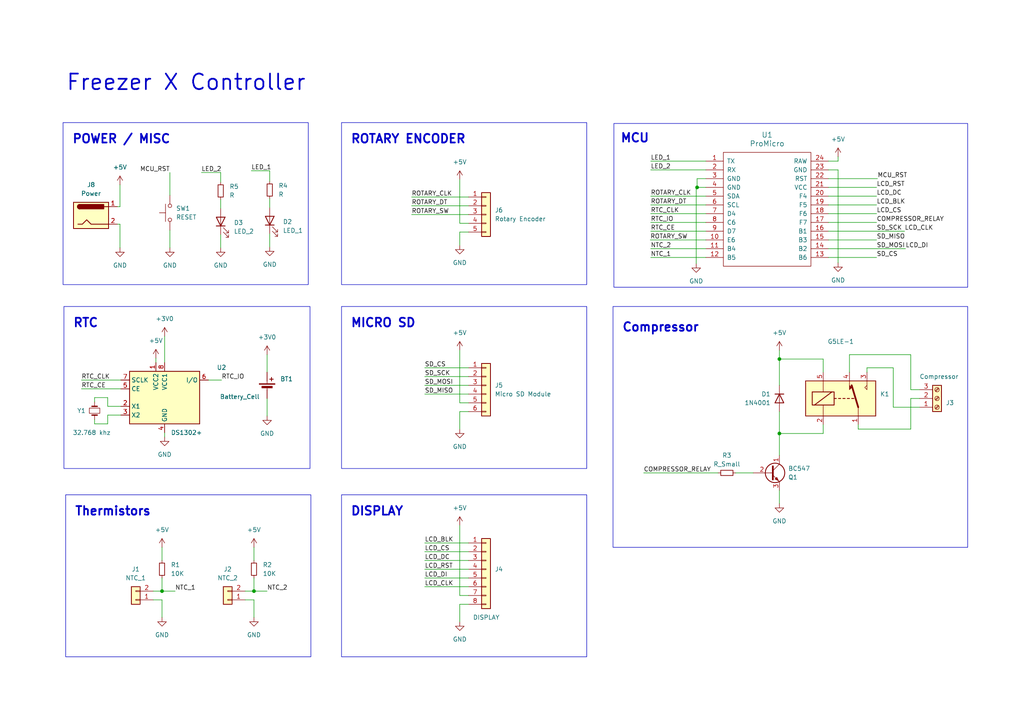
<source format=kicad_sch>
(kicad_sch (version 20231120) (generator "eeschema") (generator_version "8.0")
  (paper "A4")
  (title_block (title "Freezer X Controller") (company "Yaseen M. Twati"))
  (lib_symbols
    (symbol "Connector:Jack-DC" (pin_names (offset 1.016))
      (property "Reference" "J" (at 0 5.334 0))
      (property "Value" "Jack-DC" (at 0 -5.08 0))
      (symbol "Jack-DC_0_1"
        (rectangle (start -5.08 3.81) (end 5.08 -3.81) (stroke (width 0.254)) (fill (type background)))
        (arc (start -3.302 3.175) (mid -3.9343 2.54) (end -3.302 1.905) (stroke (width 0.254)))
        (arc (start -3.302 3.175) (mid -3.9343 2.54) (end -3.302 1.905) (stroke (width 0.254)) (fill (type outline)))
        (polyline (pts (xy 5.08 2.54) (xy 3.81 2.54)) (stroke (width 0.254)))
        (polyline (pts (xy -3.81 -2.54) (xy -2.54 -2.54) (xy -1.27 -1.27) (xy 0 -2.54) (xy 2.54 -2.54) (xy 5.08 -2.54)) (stroke (width 0.254)))
        (rectangle (start 3.683 3.175) (end -3.302 1.905) (stroke (width 0.254)) (fill (type outline)))
      )
      (symbol "Jack-DC_1_1"
        (pin passive line (at 7.62 2.54 180) (length 2.54) (name "~") (number "1"))
        (pin passive line (at 7.62 -2.54 180) (length 2.54) (name "~") (number "2"))
      )
    )
    (symbol "Connector:Screw_Terminal_01x03" (pin_names (offset 1.016) hide)
      (property "Reference" "J" (at 0 5.08 0))
      (property "Value" "Screw_Terminal_01x03" (at 0 -5.08 0))
      (symbol "Screw_Terminal_01x03_1_1"
        (rectangle (start -1.27 3.81) (end 1.27 -3.81) (stroke (width 0.254)) (fill (type background)))
        (circle (center 0 -2.54) (radius 0.635) (stroke (width 0.1524)))
        (polyline (pts (xy -0.5334 -2.2098) (xy 0.3302 -3.048)) (stroke (width 0.1524)))
        (polyline (pts (xy -0.5334 0.3302) (xy 0.3302 -0.508)) (stroke (width 0.1524)))
        (polyline (pts (xy -0.5334 2.8702) (xy 0.3302 2.032)) (stroke (width 0.1524)))
        (polyline (pts (xy -0.3556 -2.032) (xy 0.508 -2.8702)) (stroke (width 0.1524)))
        (polyline (pts (xy -0.3556 0.508) (xy 0.508 -0.3302)) (stroke (width 0.1524)))
        (polyline (pts (xy -0.3556 3.048) (xy 0.508 2.2098)) (stroke (width 0.1524)))
        (circle (center 0 0) (radius 0.635) (stroke (width 0.1524)))
        (circle (center 0 2.54) (radius 0.635) (stroke (width 0.1524)))
        (pin passive line (at -5.08 2.54 0) (length 3.81) (name "Pin_1") (number "1"))
        (pin passive line (at -5.08 0 0) (length 3.81) (name "Pin_2") (number "2"))
        (pin passive line (at -5.08 -2.54 0) (length 3.81) (name "Pin_3") (number "3"))
      )
    )
    (symbol "Connector_Generic:Conn_01x02" (pin_names (offset 1.016) hide)
      (property "Reference" "J" (at 0 2.54 0))
      (property "Value" "Conn_01x02" (at 0 -5.08 0))
      (symbol "Conn_01x02_1_1"
        (rectangle (start -1.27 -2.413) (end 0 -2.667) (stroke (width 0.1524)))
        (rectangle (start -1.27 0.127) (end 0 -0.127) (stroke (width 0.1524)))
        (rectangle (start -1.27 1.27) (end 1.27 -3.81) (stroke (width 0.254)) (fill (type background)))
        (pin passive line (at -5.08 0 0) (length 3.81) (name "Pin_1") (number "1"))
        (pin passive line (at -5.08 -2.54 0) (length 3.81) (name "Pin_2") (number "2"))
      )
    )
    (symbol "Connector_Generic:Conn_01x05" (pin_names (offset 1.016) hide)
      (property "Reference" "J" (at 0 7.62 0))
      (property "Value" "Conn_01x05" (at 0 -7.62 0))
      (symbol "Conn_01x05_1_1"
        (rectangle (start -1.27 -4.953) (end 0 -5.207) (stroke (width 0.1524)))
        (rectangle (start -1.27 -2.413) (end 0 -2.667) (stroke (width 0.1524)))
        (rectangle (start -1.27 0.127) (end 0 -0.127) (stroke (width 0.1524)))
        (rectangle (start -1.27 2.667) (end 0 2.413) (stroke (width 0.1524)))
        (rectangle (start -1.27 5.207) (end 0 4.953) (stroke (width 0.1524)))
        (rectangle (start -1.27 6.35) (end 1.27 -6.35) (stroke (width 0.254)) (fill (type background)))
        (pin passive line (at -5.08 5.08 0) (length 3.81) (name "Pin_1") (number "1"))
        (pin passive line (at -5.08 2.54 0) (length 3.81) (name "Pin_2") (number "2"))
        (pin passive line (at -5.08 0 0) (length 3.81) (name "Pin_3") (number "3"))
        (pin passive line (at -5.08 -2.54 0) (length 3.81) (name "Pin_4") (number "4"))
        (pin passive line (at -5.08 -5.08 0) (length 3.81) (name "Pin_5") (number "5"))
      )
    )
    (symbol "Connector_Generic:Conn_01x06" (pin_names (offset 1.016) hide)
      (property "Reference" "J" (at 0 7.62 0))
      (property "Value" "Conn_01x06" (at 0 -10.16 0))
      (symbol "Conn_01x06_1_1"
        (rectangle (start -1.27 -7.493) (end 0 -7.747) (stroke (width 0.1524)))
        (rectangle (start -1.27 -4.953) (end 0 -5.207) (stroke (width 0.1524)))
        (rectangle (start -1.27 -2.413) (end 0 -2.667) (stroke (width 0.1524)))
        (rectangle (start -1.27 0.127) (end 0 -0.127) (stroke (width 0.1524)))
        (rectangle (start -1.27 2.667) (end 0 2.413) (stroke (width 0.1524)))
        (rectangle (start -1.27 5.207) (end 0 4.953) (stroke (width 0.1524)))
        (rectangle (start -1.27 6.35) (end 1.27 -8.89) (stroke (width 0.254)) (fill (type background)))
        (pin passive line (at -5.08 5.08 0) (length 3.81) (name "Pin_1") (number "1"))
        (pin passive line (at -5.08 2.54 0) (length 3.81) (name "Pin_2") (number "2"))
        (pin passive line (at -5.08 0 0) (length 3.81) (name "Pin_3") (number "3"))
        (pin passive line (at -5.08 -2.54 0) (length 3.81) (name "Pin_4") (number "4"))
        (pin passive line (at -5.08 -5.08 0) (length 3.81) (name "Pin_5") (number "5"))
        (pin passive line (at -5.08 -7.62 0) (length 3.81) (name "Pin_6") (number "6"))
      )
    )
    (symbol "Connector_Generic:Conn_01x08" (pin_names (offset 1.016) hide)
      (property "Reference" "J" (at 0 10.16 0))
      (property "Value" "Conn_01x08" (at 0 -12.7 0))
      (symbol "Conn_01x08_1_1"
        (rectangle (start -1.27 -10.033) (end 0 -10.287) (stroke (width 0.1524)))
        (rectangle (start -1.27 -7.493) (end 0 -7.747) (stroke (width 0.1524)))
        (rectangle (start -1.27 -4.953) (end 0 -5.207) (stroke (width 0.1524)))
        (rectangle (start -1.27 -2.413) (end 0 -2.667) (stroke (width 0.1524)))
        (rectangle (start -1.27 0.127) (end 0 -0.127) (stroke (width 0.1524)))
        (rectangle (start -1.27 2.667) (end 0 2.413) (stroke (width 0.1524)))
        (rectangle (start -1.27 5.207) (end 0 4.953) (stroke (width 0.1524)))
        (rectangle (start -1.27 7.747) (end 0 7.493) (stroke (width 0.1524)))
        (rectangle (start -1.27 8.89) (end 1.27 -11.43) (stroke (width 0.254)) (fill (type background)))
        (pin passive line (at -5.08 7.62 0) (length 3.81) (name "Pin_1") (number "1"))
        (pin passive line (at -5.08 5.08 0) (length 3.81) (name "Pin_2") (number "2"))
        (pin passive line (at -5.08 2.54 0) (length 3.81) (name "Pin_3") (number "3"))
        (pin passive line (at -5.08 0 0) (length 3.81) (name "Pin_4") (number "4"))
        (pin passive line (at -5.08 -2.54 0) (length 3.81) (name "Pin_5") (number "5"))
        (pin passive line (at -5.08 -5.08 0) (length 3.81) (name "Pin_6") (number "6"))
        (pin passive line (at -5.08 -7.62 0) (length 3.81) (name "Pin_7") (number "7"))
        (pin passive line (at -5.08 -10.16 0) (length 3.81) (name "Pin_8") (number "8"))
      )
    )
    (symbol "Device:Battery_Cell" (pin_numbers hide) (pin_names (offset 0) hide)
      (property "Reference" "BT" (at 2.54 2.54 0))
      (property "Value" "Battery_Cell" (at 2.54 0 0))
      (symbol "Battery_Cell_0_1"
        (rectangle (start -2.286 1.778) (end 2.286 1.524) (fill (type outline)))
        (rectangle (start -1.524 1.016) (end 1.524 0.508) (fill (type outline)))
        (polyline (pts (xy 0 0.762) (xy 0 0)))
        (polyline (pts (xy 0 1.778) (xy 0 2.54)))
        (polyline (pts (xy 0.762 3.048) (xy 1.778 3.048)) (stroke (width 0.254)))
        (polyline (pts (xy 1.27 3.556) (xy 1.27 2.54)) (stroke (width 0.254)))
      )
      (symbol "Battery_Cell_1_1"
        (pin passive line (at 0 5.08 270) (length 2.54) (name "+") (number "1"))
        (pin passive line (at 0 -2.54 90) (length 2.54) (name "-") (number "2"))
      )
    )
    (symbol "Device:Crystal_Small" (pin_numbers hide) (pin_names (offset 1.016) hide)
      (property "Reference" "Y" (at 0 2.54 0))
      (property "Value" "Crystal_Small" (at 0 -2.54 0))
      (symbol "Crystal_Small_0_1"
        (rectangle (start -0.762 -1.524) (end 0.762 1.524))
        (polyline (pts (xy -1.27 -0.762) (xy -1.27 0.762)) (stroke (width 0.381)))
        (polyline (pts (xy 1.27 -0.762) (xy 1.27 0.762)) (stroke (width 0.381)))
      )
      (symbol "Crystal_Small_1_1"
        (pin passive line (at -2.54 0 0) (length 1.27) (name "1") (number "1"))
        (pin passive line (at 2.54 0 180) (length 1.27) (name "2") (number "2"))
      )
    )
    (symbol "Device:LED" (pin_numbers hide) (pin_names (offset 1.016) hide)
      (property "Reference" "D" (at 0 2.54 0))
      (property "Value" "LED" (at 0 -2.54 0))
      (symbol "LED_0_1"
        (polyline (pts (xy -1.27 -1.27) (xy -1.27 1.27)) (stroke (width 0.254)))
        (polyline (pts (xy -1.27 0) (xy 1.27 0)))
        (polyline (pts (xy 1.27 -1.27) (xy 1.27 1.27) (xy -1.27 0) (xy 1.27 -1.27)) (stroke (width 0.254)))
        (polyline (pts (xy -3.048 -0.762) (xy -4.572 -2.286) (xy -3.81 -2.286) (xy -4.572 -2.286) (xy -4.572 -1.524)))
        (polyline (pts (xy -1.778 -0.762) (xy -3.302 -2.286) (xy -2.54 -2.286) (xy -3.302 -2.286) (xy -3.302 -1.524)))
      )
      (symbol "LED_1_1"
        (pin passive line (at -3.81 0 0) (length 2.54) (name "K") (number "1"))
        (pin passive line (at 3.81 0 180) (length 2.54) (name "A") (number "2"))
      )
    )
    (symbol "Device:R_Small" (pin_numbers hide) (pin_names (offset 0.254) hide)
      (property "Reference" "R" (at 0.762 0.508 0))
      (property "Value" "R_Small" (at 0.762 -1.016 0))
      (symbol "R_Small_0_1"
        (rectangle (start -0.762 1.778) (end 0.762 -1.778) (stroke (width 0.2032)))
      )
      (symbol "R_Small_1_1"
        (pin passive line (at 0 2.54 270) (length 0.762) (name "~") (number "1"))
        (pin passive line (at 0 -2.54 90) (length 0.762) (name "~") (number "2"))
      )
    )
    (symbol "Diode:1N4001" (pin_numbers hide) (pin_names hide)
      (property "Reference" "D" (at 0 2.54 0))
      (property "Value" "1N4001" (at 0 -2.54 0))
      (symbol "1N4001_0_1"
        (polyline (pts (xy -1.27 1.27) (xy -1.27 -1.27)) (stroke (width 0.254)))
        (polyline (pts (xy 1.27 0) (xy -1.27 0)))
        (polyline (pts (xy 1.27 1.27) (xy 1.27 -1.27) (xy -1.27 0) (xy 1.27 1.27)) (stroke (width 0.254)))
      )
      (symbol "1N4001_1_1"
        (pin passive line (at -3.81 0 0) (length 2.54) (name "K") (number "1"))
        (pin passive line (at 3.81 0 180) (length 2.54) (name "A") (number "2"))
      )
    )
    (symbol "Relay:G5LE-1"
      (property "Reference" "K" (at 11.43 3.81 0))
      (property "Value" "G5LE-1" (at 11.43 1.27 0))
      (symbol "G5LE-1_0_0"
        (polyline (pts (xy 7.62 5.08) (xy 7.62 2.54) (xy 6.985 3.175) (xy 7.62 3.81)))
      )
      (symbol "G5LE-1_0_1"
        (rectangle (start -10.16 5.08) (end 10.16 -5.08) (stroke (width 0.254)) (fill (type background)))
        (rectangle (start -8.255 1.905) (end -1.905 -1.905) (stroke (width 0.254)))
        (polyline (pts (xy -7.62 -1.905) (xy -2.54 1.905)) (stroke (width 0.254)))
        (polyline (pts (xy -5.08 -5.08) (xy -5.08 -1.905)))
        (polyline (pts (xy -5.08 5.08) (xy -5.08 1.905)))
        (polyline (pts (xy -1.905 0) (xy -1.27 0)) (stroke (width 0.254)))
        (polyline (pts (xy -0.635 0) (xy 0 0)) (stroke (width 0.254)))
        (polyline (pts (xy 0.635 0) (xy 1.27 0)) (stroke (width 0.254)))
        (polyline (pts (xy 1.905 0) (xy 2.54 0)) (stroke (width 0.254)))
        (polyline (pts (xy 3.175 0) (xy 3.81 0)) (stroke (width 0.254)))
        (polyline (pts (xy 5.08 -2.54) (xy 3.175 3.81)) (stroke (width 0.508)))
        (polyline (pts (xy 5.08 -2.54) (xy 5.08 -5.08)))
        (polyline (pts (xy 2.54 5.08) (xy 2.54 2.54) (xy 3.175 3.175) (xy 2.54 3.81)) (fill (type outline)))
      )
      (symbol "G5LE-1_1_1"
        (pin passive line (at 5.08 -7.62 90) (length 2.54) (name "~") (number "1"))
        (pin passive line (at -5.08 -7.62 90) (length 2.54) (name "~") (number "2"))
        (pin passive line (at 7.62 7.62 270) (length 2.54) (name "~") (number "3"))
        (pin passive line (at 2.54 7.62 270) (length 2.54) (name "~") (number "4"))
        (pin passive line (at -5.08 7.62 270) (length 2.54) (name "~") (number "5"))
      )
    )
    (symbol "Switch:SW_Push" (pin_numbers hide) (pin_names (offset 1.016) hide)
      (property "Reference" "SW" (at 1.27 2.54 0))
      (property "Value" "SW_Push" (at 0 -1.524 0))
      (symbol "SW_Push_0_1"
        (circle (center -2.032 0) (radius 0.508))
        (polyline (pts (xy 0 1.27) (xy 0 3.048)))
        (polyline (pts (xy 2.54 1.27) (xy -2.54 1.27)))
        (circle (center 2.032 0) (radius 0.508))
        (pin passive line (at -5.08 0 0) (length 2.54) (name "1") (number "1"))
        (pin passive line (at 5.08 0 180) (length 2.54) (name "2") (number "2"))
      )
    )
    (symbol "Timer_RTC:DS1302+"
      (property "Reference" "U" (at -8.89 8.89 0))
      (property "Value" "DS1302+" (at 6.35 8.89 0))
      (symbol "DS1302+_1_1"
        (rectangle (start -10.16 7.62) (end 10.16 -7.62) (stroke (width 0.254)) (fill (type background)))
        (pin power_in line (at -2.54 10.16 270) (length 2.54) (name "VCC2") (number "1"))
        (pin input line (at -12.7 -2.54 0) (length 2.54) (name "X1") (number "2"))
        (pin input line (at -12.7 -5.08 0) (length 2.54) (name "X2") (number "3"))
        (pin power_in line (at 0 -10.16 90) (length 2.54) (name "GND") (number "4"))
        (pin input line (at -12.7 2.54 0) (length 2.54) (name "CE") (number "5"))
        (pin bidirectional line (at 12.7 5.08 180) (length 2.54) (name "I/O") (number "6"))
        (pin input line (at -12.7 5.08 0) (length 2.54) (name "SCLK") (number "7"))
        (pin power_in line (at 0 10.16 270) (length 2.54) (name "VCC1") (number "8"))
      )
    )
    (symbol "Transistor_BJT:BC547" (pin_names (offset 0) hide)
      (property "Reference" "Q" (at 5.08 1.905 0))
      (property "Value" "BC547" (at 5.08 0 0))
      (symbol "BC547_0_1"
        (polyline (pts (xy 0 0) (xy 0.635 0)))
        (polyline (pts (xy 0.635 0.635) (xy 2.54 2.54)))
        (polyline (pts (xy 0.635 -0.635) (xy 2.54 -2.54) (xy 2.54 -2.54)))
        (polyline (pts (xy 0.635 1.905) (xy 0.635 -1.905) (xy 0.635 -1.905)) (stroke (width 0.508)))
        (polyline (pts (xy 1.27 -1.778) (xy 1.778 -1.27) (xy 2.286 -2.286) (xy 1.27 -1.778) (xy 1.27 -1.778)) (fill (type outline)))
        (circle (center 1.27 0) (radius 2.8194) (stroke (width 0.254)))
      )
      (symbol "BC547_1_1"
        (pin passive line (at 2.54 5.08 270) (length 2.54) (name "C") (number "1"))
        (pin input line (at -5.08 0 0) (length 5.08) (name "B") (number "2"))
        (pin passive line (at 2.54 -5.08 90) (length 2.54) (name "E") (number "3"))
      )
    )
    (symbol "power:+3V0" (power) (pin_names (offset 0))
      (property "Value" "+3V0" (at 0 3.556 0))
      (symbol "+3V0_0_1"
        (polyline (pts (xy -0.762 1.27) (xy 0 2.54)))
        (polyline (pts (xy 0 0) (xy 0 2.54)))
        (polyline (pts (xy 0 2.54) (xy 0.762 1.27)))
      )
      (symbol "+3V0_1_1"
        (pin power_in line (at 0 0 90) (length 0) hide (name "+3V0") (number "1"))
      )
    )
    (symbol "power:+5V" (power) (pin_names (offset 0))
      (property "Value" "+5V" (at 0 3.556 0))
      (symbol "+5V_0_1"
        (polyline (pts (xy -0.762 1.27) (xy 0 2.54)))
        (polyline (pts (xy 0 0) (xy 0 2.54)))
        (polyline (pts (xy 0 2.54) (xy 0.762 1.27)))
      )
      (symbol "+5V_1_1"
        (pin power_in line (at 0 0 90) (length 0) hide (name "+5V") (number "1"))
      )
    )
    (symbol "power:GND" (power) (pin_names (offset 0))
      (property "Value" "GND" (at 0 -3.81 0))
      (symbol "GND_0_1"
        (polyline (pts (xy 0 0) (xy 0 -1.27) (xy 1.27 -1.27) (xy 0 -2.54) (xy -1.27 -1.27) (xy 0 -1.27)))
      )
      (symbol "GND_1_1"
        (pin power_in line (at 0 0 270) (length 0) hide (name "GND") (number "1"))
      )
    )
    (symbol "promicro:ProMicro" (pin_names (offset 1.016))
      (property "Reference" "U" (at 0 24.13 0))
      (property "Value" "ProMicro" (at 0 -13.97 0))
      (symbol "ProMicro_0_1"
        (rectangle (start -12.7 21.59) (end 12.7 -11.43))
      )
      (symbol "ProMicro_1_1"
        (pin bidirectional line (at -17.78 19.05 0) (length 5.08) (name "TX") (number "1"))
        (pin bidirectional line (at -17.78 -3.81 0) (length 5.08) (name "E6") (number "10"))
        (pin bidirectional line (at -17.78 -6.35 0) (length 5.08) (name "B4") (number "11"))
        (pin bidirectional line (at -17.78 -8.89 0) (length 5.08) (name "B5") (number "12"))
        (pin bidirectional line (at 17.78 -8.89 180) (length 5.08) (name "B6") (number "13"))
        (pin bidirectional line (at 17.78 -6.35 180) (length 5.08) (name "B2") (number "14"))
        (pin bidirectional line (at 17.78 -3.81 180) (length 5.08) (name "B3") (number "15"))
        (pin bidirectional line (at 17.78 -1.27 180) (length 5.08) (name "B1") (number "16"))
        (pin bidirectional line (at 17.78 1.27 180) (length 5.08) (name "F7") (number "17"))
        (pin bidirectional line (at 17.78 3.81 180) (length 5.08) (name "F6") (number "18"))
        (pin bidirectional line (at 17.78 6.35 180) (length 5.08) (name "F5") (number "19"))
        (pin bidirectional line (at -17.78 16.51 0) (length 5.08) (name "RX") (number "2"))
        (pin bidirectional line (at 17.78 8.89 180) (length 5.08) (name "F4") (number "20"))
        (pin power_in line (at 17.78 11.43 180) (length 5.08) (name "VCC") (number "21"))
        (pin input line (at 17.78 13.97 180) (length 5.08) (name "RST") (number "22"))
        (pin power_in line (at 17.78 16.51 180) (length 5.08) (name "GND") (number "23"))
        (pin power_out line (at 17.78 19.05 180) (length 5.08) (name "RAW") (number "24"))
        (pin power_in line (at -17.78 13.97 0) (length 5.08) (name "GND") (number "3"))
        (pin power_in line (at -17.78 11.43 0) (length 5.08) (name "GND") (number "4"))
        (pin bidirectional line (at -17.78 8.89 0) (length 5.08) (name "SDA") (number "5"))
        (pin bidirectional line (at -17.78 6.35 0) (length 5.08) (name "SCL") (number "6"))
        (pin bidirectional line (at -17.78 3.81 0) (length 5.08) (name "D4") (number "7"))
        (pin bidirectional line (at -17.78 1.27 0) (length 5.08) (name "C6") (number "8"))
        (pin bidirectional line (at -17.78 -1.27 0) (length 5.08) (name "D7") (number "9"))
      )
    )
  )
  (junction (at 226.06 125.73))
  (junction (at 226.06 104.14))
  (junction (at 73.66 171.45))
  (junction (at 202.184 54.356))
  (junction (at 46.99 171.45))
  (wire (pts (xy 123.19 160.02) (xy 135.89 160.02)))
  (wire (pts (xy 238.76 125.73) (xy 226.06 125.73)))
  (wire (pts (xy 123.19 162.56) (xy 135.89 162.56)))
  (wire (pts (xy 246.38 107.95) (xy 246.38 102.87)))
  (wire (pts (xy 226.06 104.14) (xy 238.76 104.14)))
  (wire (pts (xy 243.078 76.2) (xy 243.078 49.276)))
  (wire (pts (xy 201.93 54.356) (xy 202.184 54.356)))
  (wire (pts (xy 64.008 50.038) (xy 64.008 52.832)))
  (wire (pts (xy 73.66 158.75) (xy 73.66 162.56)))
  (wire (pts (xy 119.38 59.69) (xy 135.89 59.69)))
  (wire (pts (xy 201.93 76.454) (xy 201.93 54.356)))
  (wire (pts (xy 240.284 51.816) (xy 254.508 51.816)))
  (wire (pts (xy 133.35 175.26) (xy 135.89 175.26)))
  (wire (pts (xy 31.242 117.856) (xy 31.242 115.316)))
  (wire (pts (xy 264.16 113.03) (xy 266.7 113.03)))
  (wire (pts (xy 73.66 173.99) (xy 73.66 179.07)))
  (wire (pts (xy 251.46 106.68) (xy 259.08 106.68)))
  (wire (pts (xy 64.008 68.072) (xy 64.008 71.882)))
  (wire (pts (xy 248.92 124.46) (xy 264.16 124.46)))
  (wire (pts (xy 46.99 171.45) (xy 50.8 171.45)))
  (wire (pts (xy 23.622 112.776) (xy 35.052 112.776)))
  (wire (pts (xy 123.19 106.68) (xy 135.89 106.68)))
  (wire (pts (xy 240.284 72.136) (xy 262.636 72.136)))
  (wire (pts (xy 133.35 52.07) (xy 133.35 64.77)))
  (wire (pts (xy 213.36 137.16) (xy 218.44 137.16)))
  (wire (pts (xy 78.232 49.53) (xy 78.232 52.578)))
  (wire (pts (xy 240.284 56.896) (xy 254.254 56.896)))
  (wire (pts (xy 78.232 57.658) (xy 78.232 60.198)))
  (wire (pts (xy 34.798 59.944) (xy 34.798 53.594)))
  (wire (pts (xy 23.622 110.236) (xy 35.052 110.236)))
  (wire (pts (xy 123.19 170.18) (xy 135.89 170.18)))
  (wire (pts (xy 46.99 158.75) (xy 46.99 162.56)))
  (wire (pts (xy 264.16 124.46) (xy 264.16 115.57)))
  (wire (pts (xy 119.38 57.15) (xy 135.89 57.15)))
  (wire (pts (xy 35.052 120.396) (xy 31.242 120.396)))
  (wire (pts (xy 240.284 64.516) (xy 254.254 64.516)))
  (wire (pts (xy 31.242 115.316) (xy 27.432 115.316)))
  (wire (pts (xy 133.35 116.84) (xy 135.89 116.84)))
  (wire (pts (xy 248.92 123.19) (xy 248.92 124.46)))
  (wire (pts (xy 27.432 115.316) (xy 27.432 116.586)))
  (wire (pts (xy 243.078 49.276) (xy 240.284 49.276)))
  (wire (pts (xy 71.12 173.99) (xy 73.66 173.99)))
  (wire (pts (xy 240.284 61.976) (xy 254.254 61.976)))
  (wire (pts (xy 72.898 49.53) (xy 78.232 49.53)))
  (wire (pts (xy 133.35 67.31) (xy 135.89 67.31)))
  (wire (pts (xy 58.42 50.038) (xy 64.008 50.038)))
  (wire (pts (xy 49.276 66.802) (xy 49.276 71.882)))
  (wire (pts (xy 243.078 45.466) (xy 243.078 46.736)))
  (wire (pts (xy 133.35 71.12) (xy 133.35 67.31)))
  (wire (pts (xy 123.19 114.3) (xy 135.89 114.3)))
  (wire (pts (xy 44.45 173.99) (xy 46.99 173.99)))
  (wire (pts (xy 119.38 62.23) (xy 135.89 62.23)))
  (wire (pts (xy 240.284 74.676) (xy 254.254 74.676)))
  (wire (pts (xy 238.76 123.19) (xy 238.76 125.73)))
  (wire (pts (xy 73.66 171.45) (xy 71.12 171.45)))
  (wire (pts (xy 35.052 117.856) (xy 31.242 117.856)))
  (wire (pts (xy 123.19 157.48) (xy 135.89 157.48)))
  (wire (pts (xy 34.798 71.882) (xy 34.798 65.024)))
  (wire (pts (xy 259.08 106.68) (xy 259.08 118.11)))
  (wire (pts (xy 238.76 104.14) (xy 238.76 107.95)))
  (wire (pts (xy 226.06 142.24) (xy 226.06 146.05)))
  (wire (pts (xy 202.184 51.816) (xy 204.724 51.816)))
  (wire (pts (xy 47.752 125.476) (xy 47.752 126.746)))
  (wire (pts (xy 188.722 67.056) (xy 204.724 67.056)))
  (wire (pts (xy 188.722 74.676) (xy 204.724 74.676)))
  (wire (pts (xy 240.284 67.056) (xy 262.382 67.056)))
  (wire (pts (xy 188.722 72.136) (xy 204.724 72.136)))
  (wire (pts (xy 60.452 110.236) (xy 64.262 110.236)))
  (wire (pts (xy 47.752 97.536) (xy 47.752 105.156)))
  (wire (pts (xy 264.16 115.57) (xy 266.7 115.57)))
  (wire (pts (xy 226.06 119.38) (xy 226.06 125.73)))
  (wire (pts (xy 240.284 59.436) (xy 254.254 59.436)))
  (wire (pts (xy 46.99 171.45) (xy 44.45 171.45)))
  (wire (pts (xy 34.036 59.944) (xy 34.798 59.944)))
  (wire (pts (xy 123.19 111.76) (xy 135.89 111.76)))
  (wire (pts (xy 31.242 120.396) (xy 31.242 122.936)))
  (wire (pts (xy 202.184 54.356) (xy 202.184 51.816)))
  (wire (pts (xy 188.722 46.736) (xy 204.724 46.736)))
  (wire (pts (xy 240.284 54.356) (xy 254.254 54.356)))
  (wire (pts (xy 188.595 69.596) (xy 204.724 69.596)))
  (wire (pts (xy 133.35 172.72) (xy 135.89 172.72)))
  (wire (pts (xy 240.284 69.596) (xy 254.254 69.596)))
  (wire (pts (xy 77.47 102.87) (xy 77.47 107.95)))
  (wire (pts (xy 188.722 59.436) (xy 204.724 59.436)))
  (wire (pts (xy 123.19 167.64) (xy 135.89 167.64)))
  (wire (pts (xy 34.798 65.024) (xy 34.036 65.024)))
  (wire (pts (xy 246.38 102.87) (xy 264.16 102.87)))
  (wire (pts (xy 133.35 64.77) (xy 135.89 64.77)))
  (wire (pts (xy 133.35 101.6) (xy 133.35 116.84)))
  (wire (pts (xy 31.242 122.936) (xy 27.432 122.936)))
  (wire (pts (xy 188.722 56.896) (xy 204.724 56.896)))
  (wire (pts (xy 46.99 173.99) (xy 46.99 179.07)))
  (wire (pts (xy 133.35 180.34) (xy 133.35 175.26)))
  (wire (pts (xy 251.46 107.95) (xy 251.46 106.68)))
  (wire (pts (xy 133.35 119.38) (xy 133.35 124.46)))
  (wire (pts (xy 123.19 165.1) (xy 135.89 165.1)))
  (wire (pts (xy 46.99 167.64) (xy 46.99 171.45)))
  (wire (pts (xy 188.722 61.976) (xy 204.724 61.976)))
  (wire (pts (xy 243.078 46.736) (xy 240.284 46.736)))
  (wire (pts (xy 123.19 109.22) (xy 135.89 109.22)))
  (wire (pts (xy 259.08 118.11) (xy 266.7 118.11)))
  (wire (pts (xy 188.722 49.276) (xy 204.724 49.276)))
  (wire (pts (xy 186.69 137.16) (xy 208.28 137.16)))
  (wire (pts (xy 188.722 64.516) (xy 204.724 64.516)))
  (wire (pts (xy 135.89 119.38) (xy 133.35 119.38)))
  (wire (pts (xy 202.184 54.356) (xy 204.724 54.356)))
  (wire (pts (xy 226.06 111.76) (xy 226.06 104.14)))
  (wire (pts (xy 226.06 125.73) (xy 226.06 132.08)))
  (wire (pts (xy 64.008 57.912) (xy 64.008 60.452)))
  (wire (pts (xy 133.35 152.4) (xy 133.35 172.72)))
  (wire (pts (xy 45.212 103.886) (xy 45.212 105.156)))
  (wire (pts (xy 78.232 67.818) (xy 78.232 71.628)))
  (wire (pts (xy 49.276 50.038) (xy 49.276 56.642)))
  (wire (pts (xy 77.47 115.57) (xy 77.47 120.65)))
  (wire (pts (xy 27.432 122.936) (xy 27.432 121.666)))
  (wire (pts (xy 264.16 102.87) (xy 264.16 113.03)))
  (wire (pts (xy 226.06 101.6) (xy 226.06 104.14)))
  (wire (pts (xy 73.66 171.45) (xy 77.47 171.45)))
  (wire (pts (xy 73.66 167.64) (xy 73.66 171.45)))
  (rectangle (start 99.06 143.51) (end 170.18 190.5))
  (rectangle (start 19.05 143.51) (end 90.17 190.5))
  (rectangle (start 177.8 88.9) (end 280.67 158.75))
  (rectangle (start 18.288 35.56) (end 89.408 82.55))
  (rectangle (start 99.06 35.56) (end 170.18 82.55))
  (rectangle (start 18.542 88.9) (end 89.916 135.89))
  (rectangle (start 178.054 35.814) (end 280.67 83.312))
  (rectangle (start 99.06 88.9) (end 170.18 135.89))
  (text "Freezer X Controller" (at 19.05 26.67 0) (effects (font (size 4.5 4.5) (thickness 0.5) (bold yes)) (justify left bottom)))
  (text "RTC" (at 21.082 95.25 0) (effects (font (size 2.5 2.5) (thickness 0.5) (bold yes)) (justify left bottom)))
  (text "Compressor" (at 180.34 96.52 0) (effects (font (size 2.5 2.5) (thickness 0.5) (bold yes)) (justify left bottom)))
  (text "ROTARY ENCODER" (at 101.6 41.91 0) (effects (font (size 2.5 2.5) (thickness 0.5) (bold yes)) (justify left bottom)))
  (text "Thermistors" (at 21.59 149.86 0) (effects (font (size 2.5 2.5) (thickness 0.5) (bold yes)) (justify left bottom)))
  (text "POWER / MISC" (at 20.828 41.91 0) (effects (font (size 2.5 2.5) (thickness 0.5) (bold yes)) (justify left bottom)))
  (text "MCU" (at 179.832 41.656 0) (effects (font (size 2.5 2.5) (thickness 0.5) (bold yes)) (justify left bottom)))
  (text "DISPLAY" (at 101.6 149.86 0) (effects (font (size 2.5 2.5) (thickness 0.5) (bold yes)) (justify left bottom)))
  (text "MICRO SD" (at 101.6 95.25 0) (effects (font (size 2.5 2.5) (thickness 0.5) (bold yes)) (justify left bottom)))
  (label "SD_CS" (at 254.254 74.676 0))
  (label "SD_CS" (at 123.19 106.68 0))
  (label "ROTARY_DT" (at 188.722 59.436 0))
  (label "LED_1" (at 188.722 46.736 0))
  (label "RTC_IO" (at 64.262 110.236 0))
  (label "SD_MOSI" (at 123.19 111.76 0))
  (label "SD_MOSI" (at 254.254 72.136 0))
  (label "COMPRESSOR_RELAY" (at 254.254 64.516 0))
  (label "LCD_DC" (at 254.254 56.896 0))
  (label "ROTARY_SW" (at 188.595 69.596 0))
  (label "ROTARY_DT" (at 119.38 59.69 0))
  (label "MCU_RST" (at 254.508 51.816 0))
  (label "SD_MISO" (at 123.19 114.3 0))
  (label "LED_2" (at 188.722 49.276 0))
  (label "LCD_DI" (at 123.19 167.64 0))
  (label "LCD_CS" (at 123.19 160.02 0))
  (label "NTC_2" (at 77.47 171.45 0))
  (label "LCD_DC" (at 123.19 162.56 0))
  (label "LCD_BLK" (at 254.254 59.436 0))
  (label "LED_1" (at 72.898 49.53 0))
  (label "SD_MISO" (at 254.254 69.596 0))
  (label "ROTARY_CLK" (at 188.722 56.896 0))
  (label "RTC_CE" (at 23.622 112.776 0))
  (label "LCD_CS" (at 254.254 61.976 0))
  (label "MCU_RST" (at 49.276 50.038 180))
  (label "LCD_DI" (at 262.636 72.136 0))
  (label "RTC_IO" (at 188.722 64.516 0))
  (label "SD_SCK" (at 123.19 109.22 0))
  (label "LED_2" (at 58.42 50.038 0))
  (label "LCD_RST" (at 123.19 165.1 0))
  (label "NTC_1" (at 188.722 74.676 0))
  (label "NTC_2" (at 188.722 72.136 0))
  (label "NTC_1" (at 50.8 171.45 0))
  (label "LCD_RST" (at 254.254 54.356 0))
  (label "LCD_BLK" (at 123.19 157.48 0))
  (label "LCD_CLK" (at 123.19 170.18 0))
  (label "LCD_CLK" (at 262.382 67.056 0))
  (label "RTC_CE" (at 188.722 67.056 0))
  (label "RTC_CLK" (at 188.722 61.976 0))
  (label "ROTARY_CLK" (at 119.38 57.15 0))
  (label "SD_SCK" (at 254.254 67.056 0))
  (label "ROTARY_SW" (at 119.38 62.23 0))
  (label "COMPRESSOR_RELAY" (at 186.69 137.16 0))
  (label "RTC_CLK" (at 23.622 110.236 0))
  (symbol (lib_id "power:+5V") (at 133.35 52.07 0) (unit 1)
    (property "Reference" "#PWR017" (effects (hide yes)))
    (property "Value" "+5V" (at 133.35 46.99 0))
  )
  (symbol (lib_id "power:GND") (at 46.99 179.07 0) (unit 1)
    (property "Reference" "#PWR01" (effects (hide yes)))
    (property "Value" "GND" (at 46.99 184.15 0))
  )
  (symbol (lib_id "Device:R_Small") (at 46.99 165.1 0) (unit 1)
    (property "Reference" "R1" (at 49.53 163.83 0) (effects (justify left)))
    (property "Value" "10K" (at 49.53 166.37 0) (effects (justify left)))
    (property "Footprint" "Resistor_THT:R_Axial_DIN0207_L6.3mm_D2.5mm_P10.16mm_Horizontal" (effects (hide yes)))
  )
  (symbol (lib_id "Connector:Screw_Terminal_01x03") (at 271.78 115.57 0) (mirror x) (unit 1)
    (property "Reference" "J3" (at 274.32 116.84 0) (effects (justify left)))
    (property "Value" "Compressor" (at 266.7 109.22 0) (effects (justify left)))
    (property "Footprint" "TerminalBlock:TerminalBlock_bornier-3_P5.08mm" (effects (hide yes)))
  )
  (symbol (lib_id "Device:Crystal_Small") (at 27.432 119.126 270) (unit 1)
    (property "Reference" "Y1" (at 22.352 119.126 90) (effects (justify left)))
    (property "Value" "32.768 khz" (at 21.082 125.476 90) (effects (justify left)))
    (property "Footprint" "Crystal:Crystal_AT310_D3.0mm_L10.0mm_Vertical" (effects (hide yes)))
  )
  (symbol (lib_id "Connector_Generic:Conn_01x08") (at 140.97 165.1 0) (unit 1)
    (property "Reference" "J4" (at 143.51 165.1 0) (effects (justify left)))
    (property "Value" "DISPLAY" (at 137.16 179.07 0) (effects (justify left)))
    (property "Footprint" "Connector_PinHeader_2.54mm:PinHeader_1x08_P2.54mm_Vertical" (effects (hide yes)))
  )
  (symbol (lib_id "Diode:1N4001") (at 226.06 115.57 90) (mirror x) (unit 1)
    (property "Reference" "D1" (at 223.52 114.3 90) (effects (justify left)))
    (property "Value" "1N4001" (at 223.52 116.84 90) (effects (justify left)))
    (property "Footprint" "Diode_THT:D_DO-41_SOD81_P10.16mm_Horizontal" (effects (hide yes)))
    (property "Datasheet" "http://www.vishay.com/docs/88503/1n4001.pdf" (effects (hide yes)))
    (property "Sim.Device" "D" (effects (hide yes)))
    (property "Sim.Pins" "1=K 2=A" (effects (hide yes)))
  )
  (symbol (lib_id "promicro:ProMicro") (at 222.504 65.786 0) (unit 1)
    (property "Reference" "U1" (at 222.504 39.116 0) (effects (font (size 1.524 1.524))))
    (property "Value" "ProMicro" (at 222.504 41.656 0) (effects (font (size 1.524 1.524))))
    (property "Footprint" "promicro:ProMicro" (effects (hide yes)))
  )
  (symbol (lib_id "power:GND") (at 47.752 126.746 0) (unit 1)
    (property "Reference" "#PWR011" (effects (hide yes)))
    (property "Value" "GND" (at 47.752 131.826 0))
  )
  (symbol (lib_id "Device:R_Small") (at 73.66 165.1 0) (unit 1)
    (property "Reference" "R2" (at 76.2 163.83 0) (effects (justify left)))
    (property "Value" "10K" (at 76.2 166.37 0) (effects (justify left)))
    (property "Footprint" "Resistor_THT:R_Axial_DIN0207_L6.3mm_D2.5mm_P10.16mm_Horizontal" (effects (hide yes)))
  )
  (symbol (lib_id "power:GND") (at 77.47 120.65 0) (unit 1)
    (property "Reference" "#PWR015" (effects (hide yes)))
    (property "Value" "GND" (at 77.47 125.73 0))
  )
  (symbol (lib_id "Transistor_BJT:BC547") (at 223.52 137.16 0) (unit 1)
    (property "Reference" "Q1" (at 228.6 138.43 0) (effects (justify left)))
    (property "Value" "BC547" (at 228.6 135.89 0) (effects (justify left)))
    (property "Footprint" "Package_TO_SOT_THT:TO-92L_HandSolder" (effects (hide yes)))
    (property "Datasheet" "https://www.onsemi.com/pub/Collateral/BC550-D.pdf" (effects (hide yes)))
  )
  (symbol (lib_id "Connector_Generic:Conn_01x05") (at 140.97 62.23 0) (unit 1)
    (property "Reference" "J6" (at 143.51 60.96 0) (effects (justify left)))
    (property "Value" "Rotary Encoder" (at 143.51 63.5 0) (effects (justify left)))
    (property "Footprint" "Connector_PinHeader_2.54mm:PinHeader_1x05_P2.54mm_Vertical" (effects (hide yes)))
  )
  (symbol (lib_id "power:GND") (at 133.35 71.12 0) (unit 1)
    (property "Reference" "#PWR016" (effects (hide yes)))
    (property "Value" "GND" (at 133.35 76.2 0))
  )
  (symbol (lib_id "power:+5V") (at 133.35 152.4 0) (unit 1)
    (property "Reference" "#PWR08" (effects (hide yes)))
    (property "Value" "+5V" (at 133.35 147.32 0))
  )
  (symbol (lib_id "power:GND") (at 133.35 180.34 0) (unit 1)
    (property "Reference" "#PWR07" (effects (hide yes)))
    (property "Value" "GND" (at 133.35 185.42 0))
  )
  (symbol (lib_id "Connector_Generic:Conn_01x02") (at 66.04 173.99 180) (unit 1)
    (property "Reference" "J2" (at 66.04 165.1 0))
    (property "Value" "NTC_2" (at 66.04 167.64 0))
    (property "Footprint" "Connector_PinHeader_2.54mm:PinHeader_1x02_P2.54mm_Vertical" (effects (hide yes)))
  )
  (symbol (lib_id "Relay:G5LE-1") (at 243.84 115.57 0) (unit 1)
    (property "Reference" "K1" (at 255.27 114.3 0) (effects (justify left)))
    (property "Value" "G5LE-1" (at 240.03 99.06 0) (effects (justify left)))
    (property "Footprint" "Relay_THT:Relay_SPDT_Omron-G5LE-1" (effects (hide yes)))
    (property "Datasheet" "http://www.omron.com/ecb/products/pdf/en-g5le.pdf" (effects (hide yes)))
  )
  (symbol (lib_id "Connector_Generic:Conn_01x02") (at 39.37 173.99 180) (unit 1)
    (property "Reference" "J1" (at 39.37 165.1 0))
    (property "Value" "NTC_1" (at 39.37 167.64 0))
    (property "Footprint" "Connector_PinHeader_2.54mm:PinHeader_1x02_P2.54mm_Vertical" (effects (hide yes)))
  )
  (symbol (lib_id "Connector_Generic:Conn_01x06") (at 140.97 111.76 0) (unit 1)
    (property "Reference" "J5" (at 143.51 111.76 0) (effects (justify left)))
    (property "Value" "Micro SD Module" (at 143.51 114.3 0) (effects (justify left)))
    (property "Footprint" "Connector_PinHeader_2.54mm:PinHeader_1x06_P2.54mm_Vertical" (effects (hide yes)))
  )
  (symbol (lib_id "Switch:SW_Push") (at 49.276 61.722 90) (unit 1)
    (property "Reference" "SW1" (at 51.054 60.452 90) (effects (justify right)))
    (property "Value" "RESET" (at 51.054 62.992 90) (effects (justify right)))
    (property "Footprint" "Button_Switch_THT:SW_PUSH_6mm" (effects (hide yes)))
  )
  (symbol (lib_id "power:+5V") (at 73.66 158.75 0) (unit 1)
    (property "Reference" "#PWR03" (effects (hide yes)))
    (property "Value" "+5V" (at 73.66 153.67 0))
  )
  (symbol (lib_id "power:GND") (at 78.232 71.628 0) (unit 1)
    (property "Reference" "#PWR020" (effects (hide yes)))
    (property "Value" "GND" (at 78.232 76.708 0))
  )
  (symbol (lib_id "power:GND") (at 133.35 124.46 0) (unit 1)
    (property "Reference" "#PWR09" (effects (hide yes)))
    (property "Value" "GND" (at 133.35 129.54 0))
  )
  (symbol (lib_id "Timer_RTC:DS1302+") (at 47.752 115.316 0) (unit 1)
    (property "Reference" "U2" (at 64.262 106.5881 0))
    (property "Value" "DS1302+" (at 54.102 125.476 0))
    (property "Footprint" "Package_DIP:DIP-8_W7.62mm" (effects (hide yes)))
    (property "Datasheet" "https://datasheets.maximintegrated.com/en/ds/DS1302.pdf" (effects (hide yes)))
  )
  (symbol (lib_id "power:GND") (at 243.078 76.2 0) (unit 1)
    (property "Reference" "#PWR024" (effects (hide yes)))
    (property "Value" "GND" (at 243.078 81.28 0))
  )
  (symbol (lib_id "power:+5V") (at 45.212 103.886 0) (unit 1)
    (property "Reference" "#PWR012" (effects (hide yes)))
    (property "Value" "+5V" (at 45.212 98.806 0))
  )
  (symbol (lib_id "Device:Battery_Cell") (at 77.47 113.03 0) (unit 1)
    (property "Reference" "BT1" (at 81.28 109.9185 0) (effects (justify left)))
    (property "Value" "Battery_Cell" (at 63.754 115.062 0) (effects (justify left)))
    (property "Footprint" "Battery:BatteryHolder_Keystone_103_1x20mm" (effects (hide yes)))
  )
  (symbol (lib_id "power:+5V") (at 46.99 158.75 0) (unit 1)
    (property "Reference" "#PWR02" (effects (hide yes)))
    (property "Value" "+5V" (at 46.99 153.67 0))
  )
  (symbol (lib_id "power:+3V0") (at 47.752 97.536 0) (unit 1)
    (property "Reference" "#PWR013" (effects (hide yes)))
    (property "Value" "+3V0" (at 47.752 92.456 0))
  )
  (symbol (lib_id "power:GND") (at 64.008 71.882 0) (unit 1)
    (property "Reference" "#PWR021" (effects (hide yes)))
    (property "Value" "GND" (at 64.008 76.962 0))
  )
  (symbol (lib_id "power:+5V") (at 226.06 101.6 0) (unit 1)
    (property "Reference" "#PWR06" (effects (hide yes)))
    (property "Value" "+5V" (at 226.06 96.52 0))
  )
  (symbol (lib_id "power:GND") (at 34.798 71.882 0) (unit 1)
    (property "Reference" "#PWR019" (effects (hide yes)))
    (property "Value" "GND" (at 34.798 76.962 0))
  )
  (symbol (lib_id "power:GND") (at 226.06 146.05 0) (unit 1)
    (property "Reference" "#PWR05" (effects (hide yes)))
    (property "Value" "GND" (at 226.06 151.13 0))
  )
  (symbol (lib_id "power:+5V") (at 243.078 45.466 0) (unit 1)
    (property "Reference" "#PWR022" (effects (hide yes)))
    (property "Value" "+5V" (at 243.078 40.386 0))
  )
  (symbol (lib_id "Connector:Jack-DC") (at 26.416 62.484 0) (unit 1)
    (property "Reference" "J8" (at 26.416 53.594 0))
    (property "Value" "Power" (at 26.416 56.134 0))
    (property "Footprint" "TerminalBlock:TerminalBlock_bornier-2_P5.08mm" (effects (hide yes)))
  )
  (symbol (lib_id "power:+3V0") (at 77.47 102.87 0) (unit 1)
    (property "Reference" "#PWR014" (effects (hide yes)))
    (property "Value" "+3V0" (at 77.47 97.79 0))
  )
  (symbol (lib_id "Device:R_Small") (at 210.82 137.16 270) (unit 1)
    (property "Reference" "R3" (at 210.82 132.08 90))
    (property "Value" "R_Small" (at 210.82 134.62 90))
    (property "Footprint" "Resistor_THT:R_Axial_DIN0207_L6.3mm_D2.5mm_P10.16mm_Horizontal" (effects (hide yes)))
  )
  (symbol (lib_id "power:GND") (at 73.66 179.07 0) (unit 1)
    (property "Reference" "#PWR04" (effects (hide yes)))
    (property "Value" "GND" (at 73.66 184.15 0))
  )
  (symbol (lib_id "Device:LED") (at 78.232 64.008 90) (unit 1)
    (property "Reference" "D2" (at 82.042 64.3255 90) (effects (justify right)))
    (property "Value" "LED_1" (at 82.042 66.8655 90) (effects (justify right)))
    (property "Footprint" "LED_THT:LED_D5.0mm" (effects (hide yes)))
  )
  (symbol (lib_id "power:+5V") (at 34.798 53.594 0) (unit 1)
    (property "Reference" "#PWR018" (effects (hide yes)))
    (property "Value" "+5V" (at 34.798 48.514 0))
  )
  (symbol (lib_id "Device:R_Small") (at 64.008 55.372 0) (unit 1)
    (property "Reference" "R5" (at 66.548 54.102 0) (effects (justify left)))
    (property "Value" "R" (at 66.548 56.642 0) (effects (justify left)))
    (property "Footprint" "Resistor_THT:R_Axial_DIN0309_L9.0mm_D3.2mm_P2.54mm_Vertical" (effects (hide yes)))
  )
  (symbol (lib_id "power:+5V") (at 133.35 101.6 0) (unit 1)
    (property "Reference" "#PWR010" (effects (hide yes)))
    (property "Value" "+5V" (at 133.35 96.52 0))
  )
  (symbol (lib_id "Device:R_Small") (at 78.232 55.118 0) (unit 1)
    (property "Reference" "R4" (at 80.772 53.848 0) (effects (justify left)))
    (property "Value" "R" (at 80.772 56.388 0) (effects (justify left)))
    (property "Footprint" "Resistor_THT:R_Axial_DIN0309_L9.0mm_D3.2mm_P2.54mm_Vertical" (effects (hide yes)))
  )
  (symbol (lib_id "power:GND") (at 49.276 71.882 0) (unit 1)
    (property "Reference" "#PWR025" (effects (hide yes)))
    (property "Value" "GND" (at 49.276 76.962 0))
  )
  (symbol (lib_id "Device:LED") (at 64.008 64.262 90) (unit 1)
    (property "Reference" "D3" (at 67.818 64.5795 90) (effects (justify right)))
    (property "Value" "LED_2" (at 67.818 67.1195 90) (effects (justify right)))
    (property "Footprint" "LED_THT:LED_D5.0mm" (effects (hide yes)))
  )
  (symbol (lib_id "power:GND") (at 201.93 76.454 0) (unit 1)
    (property "Reference" "#PWR023" (effects (hide yes)))
    (property "Value" "GND" (at 201.93 81.534 0))
  )
)
</source>
